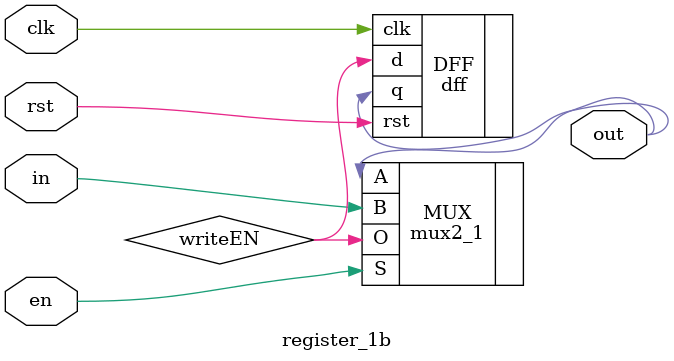
<source format=v>
module register_1b (clk, rst, en, in, out);
  input clk, rst;
  input en; // flag for write
  input in; // write
  output out; // read

  wire writeEN;

  dff DFF (.q(out), .d(writeEN), .clk(clk), .rst(rst));

  mux2_1 MUX (.A(out), .B(in), .S(en), .O(writeEN));
endmodule


</source>
